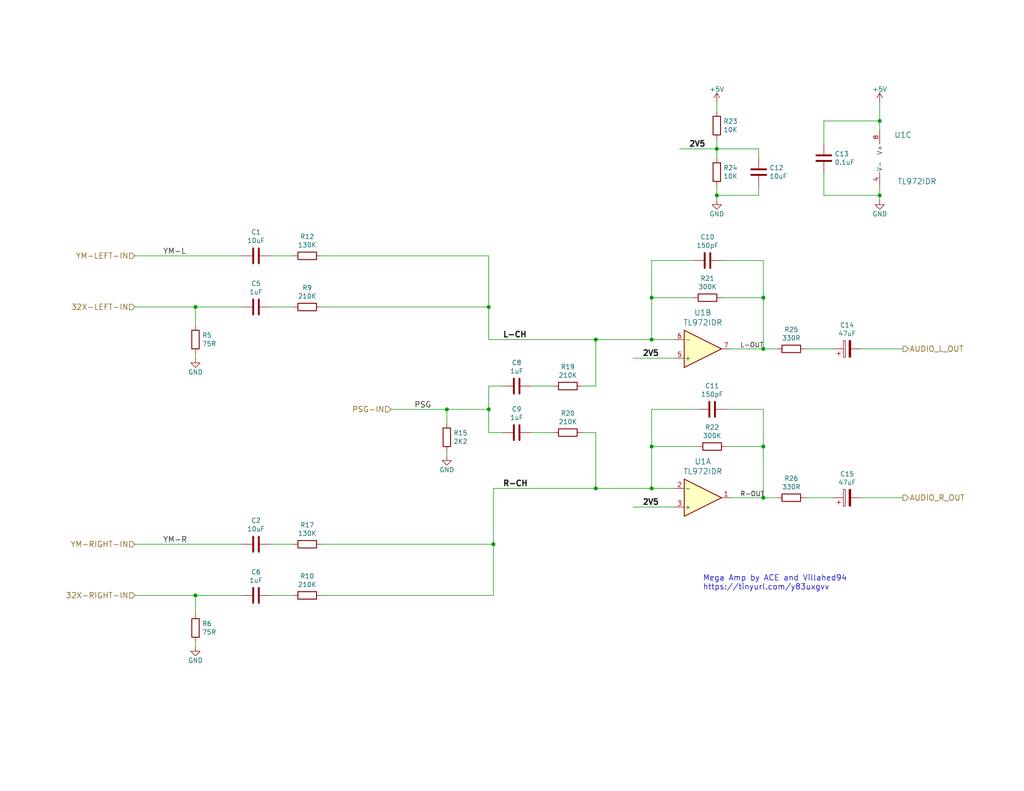
<source format=kicad_sch>
(kicad_sch (version 20211123) (generator eeschema)

  (uuid 3aaaa8fd-54ef-440d-ae3e-e95fa6fd8e32)

  (paper "A")

  (title_block
    (title "Genesis Model 3 Stereo Audio")
    (date "2021-01-17")
    (rev "A")
    (company "Late to the Game")
    (comment 1 "https://github.com/LateToTheGame16/Genesis-Model3-Stereo")
    (comment 2 "Licensed under CERN OHL v.1.2")
    (comment 3 "For Genesis 3 consoles only")
  )

  (lib_symbols
    (symbol "Amplifier_Operational:LMV358" (pin_names (offset 0.127)) (in_bom yes) (on_board yes)
      (property "Reference" "U" (id 0) (at 0 5.08 0)
        (effects (font (size 1.27 1.27)) (justify left))
      )
      (property "Value" "LMV358" (id 1) (at 0 -5.08 0)
        (effects (font (size 1.27 1.27)) (justify left))
      )
      (property "Footprint" "" (id 2) (at 0 0 0)
        (effects (font (size 1.27 1.27)) hide)
      )
      (property "Datasheet" "http://www.ti.com/lit/ds/symlink/lmv324.pdf" (id 3) (at 0 0 0)
        (effects (font (size 1.27 1.27)) hide)
      )
      (property "ki_locked" "" (id 4) (at 0 0 0)
        (effects (font (size 1.27 1.27)))
      )
      (property "ki_keywords" "single opamp" (id 5) (at 0 0 0)
        (effects (font (size 1.27 1.27)) hide)
      )
      (property "ki_description" "Dual Low-Voltage Rail-to-Rail Output Operational Amplifiers, SOIC-8/SSOP-8" (id 6) (at 0 0 0)
        (effects (font (size 1.27 1.27)) hide)
      )
      (property "ki_fp_filters" "SOIC*3.9x4.9mm*P1.27mm* DIP*W7.62mm* TO*99* OnSemi*Micro8* TSSOP*3x3mm*P0.65mm* TSSOP*4.4x3mm*P0.65mm* MSOP*3x3mm*P0.65mm* SSOP*3.9x4.9mm*P0.635mm* LFCSP*2x2mm*P0.5mm* *SIP* SOIC*5.3x6.2mm*P1.27mm*" (id 7) (at 0 0 0)
        (effects (font (size 1.27 1.27)) hide)
      )
      (symbol "LMV358_1_1"
        (polyline
          (pts
            (xy -5.08 5.08)
            (xy 5.08 0)
            (xy -5.08 -5.08)
            (xy -5.08 5.08)
          )
          (stroke (width 0.254) (type default) (color 0 0 0 0))
          (fill (type background))
        )
        (pin output line (at 7.62 0 180) (length 2.54)
          (name "~" (effects (font (size 1.27 1.27))))
          (number "1" (effects (font (size 1.27 1.27))))
        )
        (pin input line (at -7.62 -2.54 0) (length 2.54)
          (name "-" (effects (font (size 1.27 1.27))))
          (number "2" (effects (font (size 1.27 1.27))))
        )
        (pin input line (at -7.62 2.54 0) (length 2.54)
          (name "+" (effects (font (size 1.27 1.27))))
          (number "3" (effects (font (size 1.27 1.27))))
        )
      )
      (symbol "LMV358_2_1"
        (polyline
          (pts
            (xy -5.08 5.08)
            (xy 5.08 0)
            (xy -5.08 -5.08)
            (xy -5.08 5.08)
          )
          (stroke (width 0.254) (type default) (color 0 0 0 0))
          (fill (type background))
        )
        (pin input line (at -7.62 2.54 0) (length 2.54)
          (name "+" (effects (font (size 1.27 1.27))))
          (number "5" (effects (font (size 1.27 1.27))))
        )
        (pin input line (at -7.62 -2.54 0) (length 2.54)
          (name "-" (effects (font (size 1.27 1.27))))
          (number "6" (effects (font (size 1.27 1.27))))
        )
        (pin output line (at 7.62 0 180) (length 2.54)
          (name "~" (effects (font (size 1.27 1.27))))
          (number "7" (effects (font (size 1.27 1.27))))
        )
      )
      (symbol "LMV358_3_1"
        (pin power_in line (at -2.54 -7.62 90) (length 3.81)
          (name "V-" (effects (font (size 1.27 1.27))))
          (number "4" (effects (font (size 1.27 1.27))))
        )
        (pin power_in line (at -2.54 7.62 270) (length 3.81)
          (name "V+" (effects (font (size 1.27 1.27))))
          (number "8" (effects (font (size 1.27 1.27))))
        )
      )
    )
    (symbol "Device:C" (pin_numbers hide) (pin_names (offset 0.254)) (in_bom yes) (on_board yes)
      (property "Reference" "C" (id 0) (at 0.635 2.54 0)
        (effects (font (size 1.27 1.27)) (justify left))
      )
      (property "Value" "C" (id 1) (at 0.635 -2.54 0)
        (effects (font (size 1.27 1.27)) (justify left))
      )
      (property "Footprint" "" (id 2) (at 0.9652 -3.81 0)
        (effects (font (size 1.27 1.27)) hide)
      )
      (property "Datasheet" "~" (id 3) (at 0 0 0)
        (effects (font (size 1.27 1.27)) hide)
      )
      (property "ki_keywords" "cap capacitor" (id 4) (at 0 0 0)
        (effects (font (size 1.27 1.27)) hide)
      )
      (property "ki_description" "Unpolarized capacitor" (id 5) (at 0 0 0)
        (effects (font (size 1.27 1.27)) hide)
      )
      (property "ki_fp_filters" "C_*" (id 6) (at 0 0 0)
        (effects (font (size 1.27 1.27)) hide)
      )
      (symbol "C_0_1"
        (polyline
          (pts
            (xy -2.032 -0.762)
            (xy 2.032 -0.762)
          )
          (stroke (width 0.508) (type default) (color 0 0 0 0))
          (fill (type none))
        )
        (polyline
          (pts
            (xy -2.032 0.762)
            (xy 2.032 0.762)
          )
          (stroke (width 0.508) (type default) (color 0 0 0 0))
          (fill (type none))
        )
      )
      (symbol "C_1_1"
        (pin passive line (at 0 3.81 270) (length 2.794)
          (name "~" (effects (font (size 1.27 1.27))))
          (number "1" (effects (font (size 1.27 1.27))))
        )
        (pin passive line (at 0 -3.81 90) (length 2.794)
          (name "~" (effects (font (size 1.27 1.27))))
          (number "2" (effects (font (size 1.27 1.27))))
        )
      )
    )
    (symbol "Device:C_Polarized" (pin_numbers hide) (pin_names (offset 0.254)) (in_bom yes) (on_board yes)
      (property "Reference" "C" (id 0) (at 0.635 2.54 0)
        (effects (font (size 1.27 1.27)) (justify left))
      )
      (property "Value" "C_Polarized" (id 1) (at 0.635 -2.54 0)
        (effects (font (size 1.27 1.27)) (justify left))
      )
      (property "Footprint" "" (id 2) (at 0.9652 -3.81 0)
        (effects (font (size 1.27 1.27)) hide)
      )
      (property "Datasheet" "~" (id 3) (at 0 0 0)
        (effects (font (size 1.27 1.27)) hide)
      )
      (property "ki_keywords" "cap capacitor" (id 4) (at 0 0 0)
        (effects (font (size 1.27 1.27)) hide)
      )
      (property "ki_description" "Polarized capacitor" (id 5) (at 0 0 0)
        (effects (font (size 1.27 1.27)) hide)
      )
      (property "ki_fp_filters" "CP_*" (id 6) (at 0 0 0)
        (effects (font (size 1.27 1.27)) hide)
      )
      (symbol "C_Polarized_0_1"
        (rectangle (start -2.286 0.508) (end 2.286 1.016)
          (stroke (width 0) (type default) (color 0 0 0 0))
          (fill (type none))
        )
        (polyline
          (pts
            (xy -1.778 2.286)
            (xy -0.762 2.286)
          )
          (stroke (width 0) (type default) (color 0 0 0 0))
          (fill (type none))
        )
        (polyline
          (pts
            (xy -1.27 2.794)
            (xy -1.27 1.778)
          )
          (stroke (width 0) (type default) (color 0 0 0 0))
          (fill (type none))
        )
        (rectangle (start 2.286 -0.508) (end -2.286 -1.016)
          (stroke (width 0) (type default) (color 0 0 0 0))
          (fill (type outline))
        )
      )
      (symbol "C_Polarized_1_1"
        (pin passive line (at 0 3.81 270) (length 2.794)
          (name "~" (effects (font (size 1.27 1.27))))
          (number "1" (effects (font (size 1.27 1.27))))
        )
        (pin passive line (at 0 -3.81 90) (length 2.794)
          (name "~" (effects (font (size 1.27 1.27))))
          (number "2" (effects (font (size 1.27 1.27))))
        )
      )
    )
    (symbol "Device:R" (pin_numbers hide) (pin_names (offset 0)) (in_bom yes) (on_board yes)
      (property "Reference" "R" (id 0) (at 2.032 0 90)
        (effects (font (size 1.27 1.27)))
      )
      (property "Value" "R" (id 1) (at 0 0 90)
        (effects (font (size 1.27 1.27)))
      )
      (property "Footprint" "" (id 2) (at -1.778 0 90)
        (effects (font (size 1.27 1.27)) hide)
      )
      (property "Datasheet" "~" (id 3) (at 0 0 0)
        (effects (font (size 1.27 1.27)) hide)
      )
      (property "ki_keywords" "R res resistor" (id 4) (at 0 0 0)
        (effects (font (size 1.27 1.27)) hide)
      )
      (property "ki_description" "Resistor" (id 5) (at 0 0 0)
        (effects (font (size 1.27 1.27)) hide)
      )
      (property "ki_fp_filters" "R_*" (id 6) (at 0 0 0)
        (effects (font (size 1.27 1.27)) hide)
      )
      (symbol "R_0_1"
        (rectangle (start -1.016 -2.54) (end 1.016 2.54)
          (stroke (width 0.254) (type default) (color 0 0 0 0))
          (fill (type none))
        )
      )
      (symbol "R_1_1"
        (pin passive line (at 0 3.81 270) (length 1.27)
          (name "~" (effects (font (size 1.27 1.27))))
          (number "1" (effects (font (size 1.27 1.27))))
        )
        (pin passive line (at 0 -3.81 90) (length 1.27)
          (name "~" (effects (font (size 1.27 1.27))))
          (number "2" (effects (font (size 1.27 1.27))))
        )
      )
    )
    (symbol "power:+5V" (power) (pin_names (offset 0)) (in_bom yes) (on_board yes)
      (property "Reference" "#PWR" (id 0) (at 0 -3.81 0)
        (effects (font (size 1.27 1.27)) hide)
      )
      (property "Value" "+5V" (id 1) (at 0 3.556 0)
        (effects (font (size 1.27 1.27)))
      )
      (property "Footprint" "" (id 2) (at 0 0 0)
        (effects (font (size 1.27 1.27)) hide)
      )
      (property "Datasheet" "" (id 3) (at 0 0 0)
        (effects (font (size 1.27 1.27)) hide)
      )
      (property "ki_keywords" "power-flag" (id 4) (at 0 0 0)
        (effects (font (size 1.27 1.27)) hide)
      )
      (property "ki_description" "Power symbol creates a global label with name \"+5V\"" (id 5) (at 0 0 0)
        (effects (font (size 1.27 1.27)) hide)
      )
      (symbol "+5V_0_1"
        (polyline
          (pts
            (xy -0.762 1.27)
            (xy 0 2.54)
          )
          (stroke (width 0) (type default) (color 0 0 0 0))
          (fill (type none))
        )
        (polyline
          (pts
            (xy 0 0)
            (xy 0 2.54)
          )
          (stroke (width 0) (type default) (color 0 0 0 0))
          (fill (type none))
        )
        (polyline
          (pts
            (xy 0 2.54)
            (xy 0.762 1.27)
          )
          (stroke (width 0) (type default) (color 0 0 0 0))
          (fill (type none))
        )
      )
      (symbol "+5V_1_1"
        (pin power_in line (at 0 0 90) (length 0) hide
          (name "+5V" (effects (font (size 1.27 1.27))))
          (number "1" (effects (font (size 1.27 1.27))))
        )
      )
    )
    (symbol "power:GND" (power) (pin_names (offset 0)) (in_bom yes) (on_board yes)
      (property "Reference" "#PWR" (id 0) (at 0 -6.35 0)
        (effects (font (size 1.27 1.27)) hide)
      )
      (property "Value" "GND" (id 1) (at 0 -3.81 0)
        (effects (font (size 1.27 1.27)))
      )
      (property "Footprint" "" (id 2) (at 0 0 0)
        (effects (font (size 1.27 1.27)) hide)
      )
      (property "Datasheet" "" (id 3) (at 0 0 0)
        (effects (font (size 1.27 1.27)) hide)
      )
      (property "ki_keywords" "power-flag" (id 4) (at 0 0 0)
        (effects (font (size 1.27 1.27)) hide)
      )
      (property "ki_description" "Power symbol creates a global label with name \"GND\" , ground" (id 5) (at 0 0 0)
        (effects (font (size 1.27 1.27)) hide)
      )
      (symbol "GND_0_1"
        (polyline
          (pts
            (xy 0 0)
            (xy 0 -1.27)
            (xy 1.27 -1.27)
            (xy 0 -2.54)
            (xy -1.27 -1.27)
            (xy 0 -1.27)
          )
          (stroke (width 0) (type default) (color 0 0 0 0))
          (fill (type none))
        )
      )
      (symbol "GND_1_1"
        (pin power_in line (at 0 0 270) (length 0) hide
          (name "GND" (effects (font (size 1.27 1.27))))
          (number "1" (effects (font (size 1.27 1.27))))
        )
      )
    )
  )

  (junction (at 195.58 40.64) (diameter 0) (color 0 0 0 0)
    (uuid 1f3e94c5-053a-48a4-8e0f-1c17f81a484a)
  )
  (junction (at 53.34 83.82) (diameter 0) (color 0 0 0 0)
    (uuid 23c2e0b0-2754-45ed-a023-8c458a0ca9f5)
  )
  (junction (at 177.8 81.28) (diameter 0) (color 0 0 0 0)
    (uuid 2ddd2b51-c056-4169-b6a6-23340e4fe354)
  )
  (junction (at 133.35 83.82) (diameter 0) (color 0 0 0 0)
    (uuid 3433e2b5-0a01-4ecd-b447-a738f9e82199)
  )
  (junction (at 162.56 92.71) (diameter 0) (color 0 0 0 0)
    (uuid 3dde1a04-d0d9-4062-8217-1ec5627a5d02)
  )
  (junction (at 240.03 53.34) (diameter 0) (color 0 0 0 0)
    (uuid 52462a69-e1b8-47d4-9f64-040136f02412)
  )
  (junction (at 208.28 135.89) (diameter 0) (color 0 0 0 0)
    (uuid 751b385a-2e96-492e-a6f1-91634ba6d968)
  )
  (junction (at 208.28 95.25) (diameter 0) (color 0 0 0 0)
    (uuid 8097029c-eda9-4e28-9706-7c15063cbfc8)
  )
  (junction (at 53.34 162.56) (diameter 0) (color 0 0 0 0)
    (uuid 95288cbd-e6bc-4523-ab3a-598cbd179e6a)
  )
  (junction (at 121.92 111.76) (diameter 0) (color 0 0 0 0)
    (uuid 955efcd3-8187-481a-88ca-c3045f5367e0)
  )
  (junction (at 133.35 111.76) (diameter 0) (color 0 0 0 0)
    (uuid 9fcefa51-bdc7-4659-a05d-e58513b2152d)
  )
  (junction (at 134.62 148.59) (diameter 0) (color 0 0 0 0)
    (uuid a41057e7-b991-4afa-98c7-3e3c8d9fceed)
  )
  (junction (at 177.8 92.71) (diameter 0) (color 0 0 0 0)
    (uuid b17c6209-2716-496e-a85f-8216d02fb115)
  )
  (junction (at 195.58 53.34) (diameter 0) (color 0 0 0 0)
    (uuid b694d9b6-8e2a-4217-a81b-e156ec88b46a)
  )
  (junction (at 240.03 33.02) (diameter 0) (color 0 0 0 0)
    (uuid b788f5bc-b3f1-4eeb-932b-4fb865402cb6)
  )
  (junction (at 162.56 133.35) (diameter 0) (color 0 0 0 0)
    (uuid b995c4ef-a363-4505-aa76-6c5cd17a1618)
  )
  (junction (at 208.28 81.28) (diameter 0) (color 0 0 0 0)
    (uuid d58c65d1-3ec8-4e42-997c-da58f15628dd)
  )
  (junction (at 177.8 121.92) (diameter 0) (color 0 0 0 0)
    (uuid d93c2d83-c71c-4929-98fa-9769f1831381)
  )
  (junction (at 177.8 133.35) (diameter 0) (color 0 0 0 0)
    (uuid de31abb5-7f5c-4513-8101-b5d26b1330f0)
  )
  (junction (at 208.28 121.92) (diameter 0) (color 0 0 0 0)
    (uuid e9fae946-cf1d-47f5-8aae-2c80a469d79d)
  )

  (wire (pts (xy 121.92 123.19) (xy 121.92 124.46))
    (stroke (width 0) (type default) (color 0 0 0 0))
    (uuid 02fcd1b2-c70a-436b-88d4-f6524e9e42f5)
  )
  (wire (pts (xy 177.8 81.28) (xy 177.8 71.12))
    (stroke (width 0) (type default) (color 0 0 0 0))
    (uuid 040627b9-05e2-4d86-a04b-22f99ca92fdc)
  )
  (wire (pts (xy 207.01 50.8) (xy 207.01 53.34))
    (stroke (width 0) (type default) (color 0 0 0 0))
    (uuid 0a1ec8ee-51e9-4aa2-a502-2b90e7745f59)
  )
  (wire (pts (xy 87.63 162.56) (xy 134.62 162.56))
    (stroke (width 0) (type default) (color 0 0 0 0))
    (uuid 0da7bff9-5da6-4be9-a127-1d3f7c21e312)
  )
  (wire (pts (xy 207.01 40.64) (xy 195.58 40.64))
    (stroke (width 0) (type default) (color 0 0 0 0))
    (uuid 0eb19f7b-67fc-425a-a9cb-a907b68d2b33)
  )
  (wire (pts (xy 177.8 121.92) (xy 190.5 121.92))
    (stroke (width 0) (type default) (color 0 0 0 0))
    (uuid 137159bf-4f5d-47da-a0a7-695032df3888)
  )
  (wire (pts (xy 196.85 71.12) (xy 208.28 71.12))
    (stroke (width 0) (type default) (color 0 0 0 0))
    (uuid 147455ef-9438-449a-9ad8-17311d307f33)
  )
  (wire (pts (xy 151.13 118.11) (xy 144.78 118.11))
    (stroke (width 0) (type default) (color 0 0 0 0))
    (uuid 1578daff-a96f-4b51-90e3-61839d25924b)
  )
  (wire (pts (xy 177.8 71.12) (xy 189.23 71.12))
    (stroke (width 0) (type default) (color 0 0 0 0))
    (uuid 15f667b3-92e6-4343-ad2c-174dc0a1d6f2)
  )
  (wire (pts (xy 234.95 95.25) (xy 246.38 95.25))
    (stroke (width 0) (type default) (color 0 0 0 0))
    (uuid 16480f83-03d4-4b63-8c4c-e9da082a40c7)
  )
  (wire (pts (xy 207.01 43.18) (xy 207.01 40.64))
    (stroke (width 0) (type default) (color 0 0 0 0))
    (uuid 1702376e-1c85-4ffb-84c8-3aeea5a8def5)
  )
  (wire (pts (xy 133.35 92.71) (xy 133.35 83.82))
    (stroke (width 0) (type default) (color 0 0 0 0))
    (uuid 1e5fbb31-1a0c-41a8-bf79-14adcf06eb42)
  )
  (wire (pts (xy 177.8 81.28) (xy 189.23 81.28))
    (stroke (width 0) (type default) (color 0 0 0 0))
    (uuid 1f2895d6-3a02-45f3-b068-f68f2fa25e00)
  )
  (wire (pts (xy 36.83 148.59) (xy 66.04 148.59))
    (stroke (width 0) (type default) (color 0 0 0 0))
    (uuid 1f4e04a7-fa82-4dc2-b605-c687fb62ba38)
  )
  (wire (pts (xy 234.95 135.89) (xy 246.38 135.89))
    (stroke (width 0) (type default) (color 0 0 0 0))
    (uuid 214d1cde-0ab0-455e-8b53-4a5cb195bd57)
  )
  (wire (pts (xy 190.5 111.76) (xy 177.8 111.76))
    (stroke (width 0) (type default) (color 0 0 0 0))
    (uuid 24a49b0b-1463-4345-9773-b55898812cf8)
  )
  (wire (pts (xy 240.03 33.02) (xy 240.03 35.56))
    (stroke (width 0) (type default) (color 0 0 0 0))
    (uuid 27c4e72d-a326-4531-ab35-26f5d1d13b00)
  )
  (wire (pts (xy 240.03 50.8) (xy 240.03 53.34))
    (stroke (width 0) (type default) (color 0 0 0 0))
    (uuid 299fe78b-efa2-41b7-b427-357cf455b75b)
  )
  (wire (pts (xy 133.35 105.41) (xy 137.16 105.41))
    (stroke (width 0) (type default) (color 0 0 0 0))
    (uuid 2c5e8086-f5be-453c-84f7-53ba19a08b50)
  )
  (wire (pts (xy 53.34 96.52) (xy 53.34 97.79))
    (stroke (width 0) (type default) (color 0 0 0 0))
    (uuid 2c61073e-9ec5-4137-988a-47c350513340)
  )
  (wire (pts (xy 53.34 83.82) (xy 53.34 88.9))
    (stroke (width 0) (type default) (color 0 0 0 0))
    (uuid 2f59a5e7-1d16-4c20-856a-072a6af60b60)
  )
  (wire (pts (xy 80.01 69.85) (xy 73.66 69.85))
    (stroke (width 0) (type default) (color 0 0 0 0))
    (uuid 3076ab2f-35cd-4d41-9866-c8c9827d8b49)
  )
  (wire (pts (xy 80.01 148.59) (xy 73.66 148.59))
    (stroke (width 0) (type default) (color 0 0 0 0))
    (uuid 324dc02f-a95e-4354-b421-f4b8870d075b)
  )
  (wire (pts (xy 158.75 105.41) (xy 162.56 105.41))
    (stroke (width 0) (type default) (color 0 0 0 0))
    (uuid 379e77e7-d48a-4b8e-b672-f317cca546c1)
  )
  (wire (pts (xy 121.92 111.76) (xy 133.35 111.76))
    (stroke (width 0) (type default) (color 0 0 0 0))
    (uuid 397c563c-73db-4bf2-bcd8-9ed7a736d9a1)
  )
  (wire (pts (xy 224.79 53.34) (xy 240.03 53.34))
    (stroke (width 0) (type default) (color 0 0 0 0))
    (uuid 3d8e59e7-855b-47c2-9c90-b386dd6f2652)
  )
  (wire (pts (xy 177.8 133.35) (xy 184.15 133.35))
    (stroke (width 0) (type default) (color 0 0 0 0))
    (uuid 40d40c6d-4e03-4a1e-88d9-edf01a7ab650)
  )
  (wire (pts (xy 208.28 71.12) (xy 208.28 81.28))
    (stroke (width 0) (type default) (color 0 0 0 0))
    (uuid 421a4983-078e-482b-96c7-31809180b522)
  )
  (wire (pts (xy 177.8 92.71) (xy 184.15 92.71))
    (stroke (width 0) (type default) (color 0 0 0 0))
    (uuid 4246818c-f311-4faf-bab3-066943564ebe)
  )
  (wire (pts (xy 240.03 27.94) (xy 240.03 33.02))
    (stroke (width 0) (type default) (color 0 0 0 0))
    (uuid 4834a1be-a076-4a32-a12a-7f758e7986bb)
  )
  (wire (pts (xy 133.35 111.76) (xy 133.35 118.11))
    (stroke (width 0) (type default) (color 0 0 0 0))
    (uuid 49c1c4f0-cf9a-4997-982f-1293c7f8c3d1)
  )
  (wire (pts (xy 134.62 162.56) (xy 134.62 148.59))
    (stroke (width 0) (type default) (color 0 0 0 0))
    (uuid 4e45aae2-a13b-4e17-9b8d-b05834d9b395)
  )
  (wire (pts (xy 177.8 92.71) (xy 177.8 81.28))
    (stroke (width 0) (type default) (color 0 0 0 0))
    (uuid 4e59d98c-dfb4-419e-a2e3-b8ed4a64c650)
  )
  (wire (pts (xy 106.68 111.76) (xy 121.92 111.76))
    (stroke (width 0) (type default) (color 0 0 0 0))
    (uuid 57714bf4-a361-4130-b606-38681b803a86)
  )
  (wire (pts (xy 36.83 69.85) (xy 66.04 69.85))
    (stroke (width 0) (type default) (color 0 0 0 0))
    (uuid 5a5ca335-f527-4a0f-9435-1d414c138f94)
  )
  (wire (pts (xy 162.56 133.35) (xy 134.62 133.35))
    (stroke (width 0) (type default) (color 0 0 0 0))
    (uuid 5ac8d01a-9855-4d3d-955a-92c8ed86375e)
  )
  (wire (pts (xy 195.58 38.1) (xy 195.58 40.64))
    (stroke (width 0) (type default) (color 0 0 0 0))
    (uuid 5f623983-fdc1-471f-86a6-9834600739b2)
  )
  (wire (pts (xy 240.03 33.02) (xy 224.79 33.02))
    (stroke (width 0) (type default) (color 0 0 0 0))
    (uuid 601b5531-afbe-4f93-a4bf-c4d808671aa7)
  )
  (wire (pts (xy 177.8 133.35) (xy 177.8 121.92))
    (stroke (width 0) (type default) (color 0 0 0 0))
    (uuid 6639806a-75f1-4f2d-847e-76a63308176c)
  )
  (wire (pts (xy 196.85 81.28) (xy 208.28 81.28))
    (stroke (width 0) (type default) (color 0 0 0 0))
    (uuid 688ac086-efe2-4a11-a5f4-776e73f3b4ec)
  )
  (wire (pts (xy 195.58 30.48) (xy 195.58 27.94))
    (stroke (width 0) (type default) (color 0 0 0 0))
    (uuid 7769a1ed-8b2b-410b-9d7e-c0da92952780)
  )
  (wire (pts (xy 53.34 162.56) (xy 66.04 162.56))
    (stroke (width 0) (type default) (color 0 0 0 0))
    (uuid 7f0cb5d8-d25c-4594-b267-6088f1810666)
  )
  (wire (pts (xy 134.62 133.35) (xy 134.62 148.59))
    (stroke (width 0) (type default) (color 0 0 0 0))
    (uuid 7ff44b17-16f4-4a03-86a3-7af0b772fc71)
  )
  (wire (pts (xy 36.83 162.56) (xy 53.34 162.56))
    (stroke (width 0) (type default) (color 0 0 0 0))
    (uuid 822861c5-a80c-4c0e-ad31-fbdcf8b61f3f)
  )
  (wire (pts (xy 73.66 162.56) (xy 80.01 162.56))
    (stroke (width 0) (type default) (color 0 0 0 0))
    (uuid 83d3e5d6-046b-4695-b5f8-27c9e21d7814)
  )
  (wire (pts (xy 121.92 111.76) (xy 121.92 115.57))
    (stroke (width 0) (type default) (color 0 0 0 0))
    (uuid 851fb42c-280b-4cd7-b8c3-23259d61ce36)
  )
  (wire (pts (xy 133.35 83.82) (xy 133.35 69.85))
    (stroke (width 0) (type default) (color 0 0 0 0))
    (uuid 87fcdeb0-dbf2-4a7c-b774-e8fa699d61a8)
  )
  (wire (pts (xy 162.56 133.35) (xy 162.56 118.11))
    (stroke (width 0) (type default) (color 0 0 0 0))
    (uuid 8894732f-6070-4b06-910e-540a50f3eb92)
  )
  (wire (pts (xy 53.34 83.82) (xy 66.04 83.82))
    (stroke (width 0) (type default) (color 0 0 0 0))
    (uuid 894a6392-b107-4776-98a9-2b985cb9acb0)
  )
  (wire (pts (xy 198.12 121.92) (xy 208.28 121.92))
    (stroke (width 0) (type default) (color 0 0 0 0))
    (uuid 93762d25-1cb0-43c1-bb73-fe9cab04501f)
  )
  (wire (pts (xy 199.39 135.89) (xy 208.28 135.89))
    (stroke (width 0) (type default) (color 0 0 0 0))
    (uuid 97cf1c4c-b032-4b5b-b093-e8b893fa3368)
  )
  (wire (pts (xy 172.72 138.43) (xy 184.15 138.43))
    (stroke (width 0) (type default) (color 0 0 0 0))
    (uuid 9c5f1884-1f19-4abe-92f3-a15cfa27f931)
  )
  (wire (pts (xy 199.39 95.25) (xy 208.28 95.25))
    (stroke (width 0) (type default) (color 0 0 0 0))
    (uuid 9dd48664-e79a-4215-8cbe-c6cd708e949f)
  )
  (wire (pts (xy 53.34 176.53) (xy 53.34 175.26))
    (stroke (width 0) (type default) (color 0 0 0 0))
    (uuid a208b3da-58df-43fb-aa76-20dc6bb1f043)
  )
  (wire (pts (xy 219.71 95.25) (xy 227.33 95.25))
    (stroke (width 0) (type default) (color 0 0 0 0))
    (uuid a2b37e70-2c40-4720-a90c-c7df54f102a5)
  )
  (wire (pts (xy 224.79 33.02) (xy 224.79 39.37))
    (stroke (width 0) (type default) (color 0 0 0 0))
    (uuid a6e6ebec-2086-4a39-87fc-151734e2e794)
  )
  (wire (pts (xy 73.66 83.82) (xy 80.01 83.82))
    (stroke (width 0) (type default) (color 0 0 0 0))
    (uuid a8672bc3-bbfe-4148-82c3-24df3c3421fb)
  )
  (wire (pts (xy 219.71 135.89) (xy 227.33 135.89))
    (stroke (width 0) (type default) (color 0 0 0 0))
    (uuid a8def5b5-d0cc-405b-bde3-86553882f784)
  )
  (wire (pts (xy 87.63 83.82) (xy 133.35 83.82))
    (stroke (width 0) (type default) (color 0 0 0 0))
    (uuid ab8cce2b-5668-46c3-84fe-ec6944de1975)
  )
  (wire (pts (xy 240.03 53.34) (xy 240.03 54.61))
    (stroke (width 0) (type default) (color 0 0 0 0))
    (uuid b0c1d14e-3ca4-4e15-a546-cf50d9aad82c)
  )
  (wire (pts (xy 172.72 97.79) (xy 184.15 97.79))
    (stroke (width 0) (type default) (color 0 0 0 0))
    (uuid b4849497-9d58-4dd1-b7a4-d9ee8db1d5e4)
  )
  (wire (pts (xy 133.35 105.41) (xy 133.35 111.76))
    (stroke (width 0) (type default) (color 0 0 0 0))
    (uuid b6387909-f907-4f7a-aa6d-d2d1a62ae508)
  )
  (wire (pts (xy 208.28 135.89) (xy 212.09 135.89))
    (stroke (width 0) (type default) (color 0 0 0 0))
    (uuid ba61c7f9-7381-48e8-8db7-4a41c456515b)
  )
  (wire (pts (xy 36.83 83.82) (xy 53.34 83.82))
    (stroke (width 0) (type default) (color 0 0 0 0))
    (uuid c4d08c23-48ff-41aa-8ade-e17117b6424f)
  )
  (wire (pts (xy 195.58 40.64) (xy 195.58 43.18))
    (stroke (width 0) (type default) (color 0 0 0 0))
    (uuid c9d7bbbf-5bc3-4509-92cf-69cd4877db78)
  )
  (wire (pts (xy 195.58 40.64) (xy 185.42 40.64))
    (stroke (width 0) (type default) (color 0 0 0 0))
    (uuid cc973ac9-e710-4015-8e09-3cc1e59af913)
  )
  (wire (pts (xy 87.63 148.59) (xy 134.62 148.59))
    (stroke (width 0) (type default) (color 0 0 0 0))
    (uuid d629fa16-ada4-4ec5-8a70-154ad3896125)
  )
  (wire (pts (xy 198.12 111.76) (xy 208.28 111.76))
    (stroke (width 0) (type default) (color 0 0 0 0))
    (uuid dc1dfa01-4fa8-47cf-9f91-37e66c2dd755)
  )
  (wire (pts (xy 224.79 46.99) (xy 224.79 53.34))
    (stroke (width 0) (type default) (color 0 0 0 0))
    (uuid dfc22c3a-d72c-4a96-b071-1bb93730c6d9)
  )
  (wire (pts (xy 195.58 53.34) (xy 195.58 54.61))
    (stroke (width 0) (type default) (color 0 0 0 0))
    (uuid e0293456-7f70-45e8-9e3f-454bea3b4647)
  )
  (wire (pts (xy 208.28 121.92) (xy 208.28 135.89))
    (stroke (width 0) (type default) (color 0 0 0 0))
    (uuid e3803129-ad4d-4330-97fe-307c488e16d5)
  )
  (wire (pts (xy 87.63 69.85) (xy 133.35 69.85))
    (stroke (width 0) (type default) (color 0 0 0 0))
    (uuid e3c2e3ab-7bca-4b66-adfe-3fdee77e3e37)
  )
  (wire (pts (xy 195.58 50.8) (xy 195.58 53.34))
    (stroke (width 0) (type default) (color 0 0 0 0))
    (uuid e60e7b2a-be1a-40ac-8a8d-b4d6a5df8bf6)
  )
  (wire (pts (xy 162.56 118.11) (xy 158.75 118.11))
    (stroke (width 0) (type default) (color 0 0 0 0))
    (uuid e6c86ce8-8c3e-41dd-94ba-1f1754dcfef2)
  )
  (wire (pts (xy 144.78 105.41) (xy 151.13 105.41))
    (stroke (width 0) (type default) (color 0 0 0 0))
    (uuid e717c75e-b432-4786-a823-df69f2c2dca6)
  )
  (wire (pts (xy 208.28 95.25) (xy 212.09 95.25))
    (stroke (width 0) (type default) (color 0 0 0 0))
    (uuid e9643c17-8950-4250-8116-bd08727c6827)
  )
  (wire (pts (xy 207.01 53.34) (xy 195.58 53.34))
    (stroke (width 0) (type default) (color 0 0 0 0))
    (uuid ecf8b737-8752-44eb-b013-b0d8dae03de6)
  )
  (wire (pts (xy 53.34 162.56) (xy 53.34 167.64))
    (stroke (width 0) (type default) (color 0 0 0 0))
    (uuid ee96bad6-4f8a-488f-a2dc-99fccdfb95ca)
  )
  (wire (pts (xy 162.56 105.41) (xy 162.56 92.71))
    (stroke (width 0) (type default) (color 0 0 0 0))
    (uuid f06735f5-1d55-4dcc-9b2c-e4752785d5d1)
  )
  (wire (pts (xy 162.56 133.35) (xy 177.8 133.35))
    (stroke (width 0) (type default) (color 0 0 0 0))
    (uuid f0efe897-30f8-4f30-b5cc-ca2f242c2aab)
  )
  (wire (pts (xy 177.8 121.92) (xy 177.8 111.76))
    (stroke (width 0) (type default) (color 0 0 0 0))
    (uuid f743bf0d-068e-4efa-b963-37c6648fe564)
  )
  (wire (pts (xy 162.56 92.71) (xy 177.8 92.71))
    (stroke (width 0) (type default) (color 0 0 0 0))
    (uuid f8f0a4f7-69fe-4b25-8f1e-4de32b5cd352)
  )
  (wire (pts (xy 208.28 111.76) (xy 208.28 121.92))
    (stroke (width 0) (type default) (color 0 0 0 0))
    (uuid f9b82320-3418-4671-8c05-de8c886ed568)
  )
  (wire (pts (xy 208.28 81.28) (xy 208.28 95.25))
    (stroke (width 0) (type default) (color 0 0 0 0))
    (uuid fbe6e960-7b5f-4685-a7a6-27adc331c82f)
  )
  (wire (pts (xy 137.16 118.11) (xy 133.35 118.11))
    (stroke (width 0) (type default) (color 0 0 0 0))
    (uuid fbf0da9c-0f28-45d6-9c61-eb4d2888d3bb)
  )
  (wire (pts (xy 133.35 92.71) (xy 162.56 92.71))
    (stroke (width 0) (type default) (color 0 0 0 0))
    (uuid ff94f8c9-c5aa-464e-8404-09c33c56b4fb)
  )

  (text "Mega Amp by ACE and Villahed94\nhttps://tinyurl.com/y83uxgvv"
    (at 191.77 161.29 0)
    (effects (font (size 1.524 1.524)) (justify left bottom))
    (uuid f3a03331-7fe1-42fa-96e3-44518dd23039)
  )

  (label "L-CH" (at 137.16 92.71 0)
    (effects (font (size 1.524 1.524) (thickness 0.3048) bold) (justify left bottom))
    (uuid 26ffb06b-c0aa-47f3-99b0-b68dd9386284)
  )
  (label "2V5" (at 175.26 138.43 0)
    (effects (font (size 1.524 1.524) (thickness 0.3048) bold) (justify left bottom))
    (uuid 51aa5786-66e2-4428-81b5-3588534261c2)
  )
  (label "R-CH" (at 137.16 133.35 0)
    (effects (font (size 1.524 1.524) (thickness 0.3048) bold) (justify left bottom))
    (uuid 683e5f68-d2e3-4488-a397-6f63c8825b6c)
  )
  (label "R-OUT" (at 201.93 135.89 0)
    (effects (font (size 1.27 1.27)) (justify left bottom))
    (uuid 748ac8a1-5e7a-4cfa-b6a4-60bb0603ea2c)
  )
  (label "YM-R" (at 44.45 148.59 0)
    (effects (font (size 1.524 1.524)) (justify left bottom))
    (uuid 99381003-fa95-4046-b604-78044c732651)
  )
  (label "L-OUT" (at 201.93 95.25 0)
    (effects (font (size 1.27 1.27)) (justify left bottom))
    (uuid 9e761238-9f25-4d3a-bb72-050b11fa4e45)
  )
  (label "2V5" (at 175.26 97.79 0)
    (effects (font (size 1.524 1.524) (thickness 0.3048) bold) (justify left bottom))
    (uuid a92a711c-9a03-4267-86cc-95e8d3849b5d)
  )
  (label "PSG" (at 113.03 111.76 0)
    (effects (font (size 1.524 1.524)) (justify left bottom))
    (uuid a9b43c59-b495-4a06-9fea-5e6e27b2d365)
  )
  (label "YM-L" (at 44.45 69.85 0)
    (effects (font (size 1.524 1.524)) (justify left bottom))
    (uuid af824bc7-9df8-4f9b-9ced-154d411850f7)
  )
  (label "2V5" (at 187.96 40.64 0)
    (effects (font (size 1.524 1.524) (thickness 0.3048) bold) (justify left bottom))
    (uuid e2eb37c9-91a9-46ff-9aa7-6eb8b623d197)
  )

  (hierarchical_label "YM-LEFT-IN" (shape input) (at 36.83 69.85 180)
    (effects (font (size 1.524 1.524)) (justify right))
    (uuid 0f3eeffe-13c9-4abb-9315-fbb598ff5b0d)
  )
  (hierarchical_label "AUDIO_L_OUT" (shape output) (at 246.38 95.25 0)
    (effects (font (size 1.524 1.524)) (justify left))
    (uuid 2b3a0043-84f0-4f54-9288-dcf85d17542f)
  )
  (hierarchical_label "32X-RIGHT-IN" (shape input) (at 36.83 162.56 180)
    (effects (font (size 1.524 1.524)) (justify right))
    (uuid 3136d4b5-f2f9-449b-be38-ee46e780bf38)
  )
  (hierarchical_label "AUDIO_R_OUT" (shape output) (at 246.38 135.89 0)
    (effects (font (size 1.524 1.524)) (justify left))
    (uuid 59fbef58-0557-4784-8664-b9ad0bc6aeb0)
  )
  (hierarchical_label "PSG-IN" (shape input) (at 106.68 111.76 180)
    (effects (font (size 1.524 1.524)) (justify right))
    (uuid a822984e-97c5-4958-857b-8a0a63ea8ec7)
  )
  (hierarchical_label "YM-RIGHT-IN" (shape input) (at 36.83 148.59 180)
    (effects (font (size 1.524 1.524)) (justify right))
    (uuid b808f573-f053-448f-9880-e02af8b539dd)
  )
  (hierarchical_label "32X-LEFT-IN" (shape input) (at 36.83 83.82 180)
    (effects (font (size 1.524 1.524)) (justify right))
    (uuid ba83ba7a-a00a-4570-b84d-d1375e72e8b2)
  )

  (symbol (lib_id "Amplifier_Operational:LMV358") (at 191.77 95.25 0) (mirror x) (unit 2)
    (in_bom yes) (on_board yes)
    (uuid 00000000-0000-0000-0000-00005c0f1990)
    (property "Reference" "U1" (id 0) (at 191.77 85.3694 0)
      (effects (font (size 1.524 1.524)))
    )
    (property "Value" "TL972IDR" (id 1) (at 191.77 88.0618 0)
      (effects (font (size 1.524 1.524)))
    )
    (property "Footprint" "Package_SO:SOIC-8_3.9x4.9mm_P1.27mm" (id 2) (at 198.755 108.585 0)
      (effects (font (size 1.524 1.524)) hide)
    )
    (property "Datasheet" "http://www.ti.com/general/docs/suppproductinfo.tsp?distId=10&gotoUrl=http%3A%2F%2Fwww.ti.com%2Flit%2Fgpn%2Ftl971" (id 3) (at 219.71 106.68 0)
      (effects (font (size 1.524 1.524)) hide)
    )
    (property "Digikey" "296-22842-1-ND" (id 4) (at 200.66 101.6 0)
      (effects (font (size 1.524 1.524)) hide)
    )
    (property "Description" "IC OPAMP GP 2 CIRCUIT 8SOIC" (id 5) (at 203.2 104.14 0)
      (effects (font (size 1.524 1.524)) hide)
    )
    (pin "5" (uuid 613ea8a9-3cb7-48bb-86ef-32fb38b57bed))
    (pin "6" (uuid ff3a8c44-0c7a-4b0b-b623-39df94a400aa))
    (pin "7" (uuid 88339276-58ff-4382-bc4a-0abe12c81f9f))
  )

  (symbol (lib_id "Device:R") (at 215.9 95.25 90) (unit 1)
    (in_bom yes) (on_board yes)
    (uuid 00000000-0000-0000-0000-00005c0f1999)
    (property "Reference" "R25" (id 0) (at 215.9 89.9922 90))
    (property "Value" "330R" (id 1) (at 215.9 92.3036 90))
    (property "Footprint" "Resistor_SMD:R_0402_1005Metric" (id 2) (at 215.9 97.028 90)
      (effects (font (size 0.762 0.762)) hide)
    )
    (property "Datasheet" "" (id 3) (at 215.9 95.25 0)
      (effects (font (size 0.762 0.762)))
    )
    (property "Digikey" "P330HCT-ND" (id 4) (at 215.9 95.25 90)
      (effects (font (size 1.524 1.524)) hide)
    )
    (property "Description" "RES SMD 330 OHM 1% 1/10W 0603" (id 5) (at 215.9 95.25 90)
      (effects (font (size 1.524 1.524)) hide)
    )
    (pin "1" (uuid f93927b7-839d-4b78-9442-2fef25042c46))
    (pin "2" (uuid 9a498313-5a7d-4098-bd13-dbaf9a9948dd))
  )

  (symbol (lib_id "Device:R") (at 215.9 135.89 90) (unit 1)
    (in_bom yes) (on_board yes)
    (uuid 00000000-0000-0000-0000-00005c0f19a2)
    (property "Reference" "R26" (id 0) (at 215.9 130.6322 90))
    (property "Value" "330R" (id 1) (at 215.9 132.9436 90))
    (property "Footprint" "Resistor_SMD:R_0402_1005Metric" (id 2) (at 215.9 137.668 90)
      (effects (font (size 0.762 0.762)) hide)
    )
    (property "Datasheet" "" (id 3) (at 215.9 135.89 0)
      (effects (font (size 0.762 0.762)))
    )
    (property "Digikey" "P330HCT-ND" (id 4) (at 215.9 135.89 90)
      (effects (font (size 1.524 1.524)) hide)
    )
    (property "Description" "RES SMD 330 OHM 1% 1/10W 0603" (id 5) (at 215.9 135.89 90)
      (effects (font (size 1.524 1.524)) hide)
    )
    (pin "1" (uuid 8e8c9b2f-1a93-4a3a-8a04-f404b2d03d29))
    (pin "2" (uuid 4c10135f-e38a-447a-8431-f0f7558fe407))
  )

  (symbol (lib_id "Device:R") (at 193.04 81.28 90) (unit 1)
    (in_bom yes) (on_board yes)
    (uuid 00000000-0000-0000-0000-00005c0f19ab)
    (property "Reference" "R21" (id 0) (at 193.04 76.0222 90))
    (property "Value" "300K" (id 1) (at 193.04 78.3336 90))
    (property "Footprint" "Resistor_SMD:R_0402_1005Metric" (id 2) (at 193.04 83.058 90)
      (effects (font (size 0.762 0.762)) hide)
    )
    (property "Datasheet" "" (id 3) (at 193.04 81.28 0)
      (effects (font (size 0.762 0.762)))
    )
    (property "Digikey" "P300KHCT-ND" (id 4) (at 193.04 81.28 90)
      (effects (font (size 1.524 1.524)) hide)
    )
    (property "Description" "RES SMD 300K OHM 1% 1/10W 0603" (id 5) (at 193.04 81.28 90)
      (effects (font (size 1.524 1.524)) hide)
    )
    (pin "1" (uuid a14753f3-ae81-4a40-875a-39d417486152))
    (pin "2" (uuid 111266e7-d6c3-463d-b26b-ed3603712f3d))
  )

  (symbol (lib_id "Device:R") (at 194.31 121.92 90) (unit 1)
    (in_bom yes) (on_board yes)
    (uuid 00000000-0000-0000-0000-00005c0f19b4)
    (property "Reference" "R22" (id 0) (at 194.31 116.6622 90))
    (property "Value" "300K" (id 1) (at 194.31 118.9736 90))
    (property "Footprint" "Resistor_SMD:R_0402_1005Metric" (id 2) (at 194.31 123.698 90)
      (effects (font (size 0.762 0.762)) hide)
    )
    (property "Datasheet" "" (id 3) (at 194.31 121.92 0)
      (effects (font (size 0.762 0.762)))
    )
    (property "Digikey" "P300KHCT-ND" (id 4) (at 194.31 121.92 90)
      (effects (font (size 1.524 1.524)) hide)
    )
    (property "Description" "RES SMD 300K OHM 1% 1/10W 0603" (id 5) (at 194.31 121.92 90)
      (effects (font (size 1.524 1.524)) hide)
    )
    (pin "1" (uuid aba81bc0-17b0-4a1d-897b-764c76b34ca8))
    (pin "2" (uuid 9bc7ebb7-ed8c-4c8d-af37-9704734bf2dd))
  )

  (symbol (lib_id "Device:C_Polarized") (at 231.14 95.25 90) (unit 1)
    (in_bom yes) (on_board yes)
    (uuid 00000000-0000-0000-0000-00005c0f19bd)
    (property "Reference" "C14" (id 0) (at 231.14 88.773 90))
    (property "Value" "47uF" (id 1) (at 231.14 91.0844 90))
    (property "Footprint" "Capacitor_Tantalum_SMD:CP_EIA-3528-21_Kemet-B" (id 2) (at 234.95 94.2848 0)
      (effects (font (size 1.27 1.27)) hide)
    )
    (property "Datasheet" "~" (id 3) (at 231.14 95.25 0)
      (effects (font (size 1.27 1.27)) hide)
    )
    (property "Digikey" "478-13127-1-ND" (id 4) (at 227.33 89.408 0)
      (effects (font (size 1.524 1.524)) hide)
    )
    (property "Description" "CAP TANT 47UF 20% 10V 1411" (id 5) (at 224.79 89.535 0)
      (effects (font (size 1.524 1.524)) hide)
    )
    (pin "1" (uuid 56156626-fb3c-46a1-b084-6b66ab4078f1))
    (pin "2" (uuid 7301ce1c-8597-4215-8724-72d263f2ad00))
  )

  (symbol (lib_id "Device:C") (at 193.04 71.12 90) (unit 1)
    (in_bom yes) (on_board yes)
    (uuid 00000000-0000-0000-0000-00005c0f19cf)
    (property "Reference" "C10" (id 0) (at 193.04 64.7192 90))
    (property "Value" "150pF" (id 1) (at 193.04 67.0306 90))
    (property "Footprint" "Capacitor_SMD:C_0402_1005Metric" (id 2) (at 196.85 70.1548 0)
      (effects (font (size 0.762 0.762)) hide)
    )
    (property "Datasheet" "" (id 3) (at 193.04 71.12 0)
      (effects (font (size 1.524 1.524)))
    )
    (property "Digikey" "399-1063-2-ND" (id 4) (at 193.04 71.12 0)
      (effects (font (size 1.524 1.524)) hide)
    )
    (property "Description" "CAP CER 150PF 50V C0G/NP0 0603" (id 5) (at 193.04 71.12 0)
      (effects (font (size 1.524 1.524)) hide)
    )
    (pin "1" (uuid eb33d0b4-616c-414f-9969-d334097ece44))
    (pin "2" (uuid 61cb978d-a4d3-47af-9d1c-940a9e2242c4))
  )

  (symbol (lib_id "Device:C") (at 194.31 111.76 90) (unit 1)
    (in_bom yes) (on_board yes)
    (uuid 00000000-0000-0000-0000-00005c0f19d8)
    (property "Reference" "C11" (id 0) (at 194.31 105.3592 90))
    (property "Value" "150pF" (id 1) (at 194.31 107.6706 90))
    (property "Footprint" "Capacitor_SMD:C_0402_1005Metric" (id 2) (at 198.12 110.7948 0)
      (effects (font (size 0.762 0.762)) hide)
    )
    (property "Datasheet" "" (id 3) (at 194.31 111.76 0)
      (effects (font (size 1.524 1.524)))
    )
    (property "Digikey" "399-1063-2-ND" (id 4) (at 194.31 111.76 0)
      (effects (font (size 1.524 1.524)) hide)
    )
    (property "Description" "CAP CER 150PF 50V C0G/NP0 0603" (id 5) (at 194.31 111.76 0)
      (effects (font (size 1.524 1.524)) hide)
    )
    (pin "1" (uuid dde5b43e-3503-47b8-b6c7-8421ebf86254))
    (pin "2" (uuid b7969c03-a890-4ad7-b582-770af2da6e3f))
  )

  (symbol (lib_id "Device:R") (at 53.34 92.71 0) (unit 1)
    (in_bom yes) (on_board yes)
    (uuid 00000000-0000-0000-0000-00005c0f19f5)
    (property "Reference" "R5" (id 0) (at 55.118 91.5416 0)
      (effects (font (size 1.27 1.27)) (justify left))
    )
    (property "Value" "75R" (id 1) (at 55.118 93.853 0)
      (effects (font (size 1.27 1.27)) (justify left))
    )
    (property "Footprint" "Resistor_SMD:R_0402_1005Metric" (id 2) (at 51.562 92.71 90)
      (effects (font (size 0.762 0.762)) hide)
    )
    (property "Datasheet" "" (id 3) (at 53.34 92.71 0)
      (effects (font (size 0.762 0.762)))
    )
    (property "Digikey" "P75.0HCT-ND" (id 4) (at 53.34 92.71 90)
      (effects (font (size 1.524 1.524)) hide)
    )
    (property "Description" "RES SMD 75 OHM 1% 1/10W 0603" (id 5) (at 53.34 92.71 90)
      (effects (font (size 1.524 1.524)) hide)
    )
    (pin "1" (uuid 08dfd90a-e628-4cc9-8f92-2d8ff4f00276))
    (pin "2" (uuid 1b3ff49f-5697-43a0-8531-fbf7f5e2b9c4))
  )

  (symbol (lib_id "Device:R") (at 121.92 119.38 0) (unit 1)
    (in_bom yes) (on_board yes)
    (uuid 00000000-0000-0000-0000-00005c0f19fe)
    (property "Reference" "R15" (id 0) (at 123.698 118.2116 0)
      (effects (font (size 1.27 1.27)) (justify left))
    )
    (property "Value" "2K2" (id 1) (at 123.698 120.523 0)
      (effects (font (size 1.27 1.27)) (justify left))
    )
    (property "Footprint" "Resistor_SMD:R_0402_1005Metric" (id 2) (at 120.142 119.38 90)
      (effects (font (size 0.762 0.762)) hide)
    )
    (property "Datasheet" "" (id 3) (at 121.92 119.38 0)
      (effects (font (size 0.762 0.762)))
    )
    (property "Digikey" "P2.20KHCT-ND" (id 4) (at 121.92 119.38 90)
      (effects (font (size 1.524 1.524)) hide)
    )
    (property "Description" "RES SMD 2.2K OHM 1% 1/10W 0603" (id 5) (at 121.92 119.38 90)
      (effects (font (size 1.524 1.524)) hide)
    )
    (pin "1" (uuid 564972c6-11b5-47db-9b0e-1ed6e7b86df4))
    (pin "2" (uuid bb44c54c-d8aa-4fb3-9288-2af1084f2792))
  )

  (symbol (lib_id "Device:R") (at 154.94 105.41 90) (unit 1)
    (in_bom yes) (on_board yes)
    (uuid 00000000-0000-0000-0000-00005c0f1a10)
    (property "Reference" "R19" (id 0) (at 154.94 100.1522 90))
    (property "Value" "210K" (id 1) (at 154.94 102.4636 90))
    (property "Footprint" "Resistor_SMD:R_0402_1005Metric" (id 2) (at 154.94 107.188 90)
      (effects (font (size 0.762 0.762)) hide)
    )
    (property "Datasheet" "" (id 3) (at 154.94 105.41 0)
      (effects (font (size 0.762 0.762)))
    )
    (property "Digikey" "P210KHCT-ND" (id 4) (at 154.94 105.41 90)
      (effects (font (size 1.524 1.524)) hide)
    )
    (property "Description" "RES SMD 210K OHM 1% 1/10W 0603" (id 5) (at 154.94 105.41 90)
      (effects (font (size 1.524 1.524)) hide)
    )
    (pin "1" (uuid ab6c6259-3355-4814-a855-07be9b19ec95))
    (pin "2" (uuid c080fbcb-d914-4fa7-87e5-324865bb6b67))
  )

  (symbol (lib_id "Device:R") (at 83.82 83.82 90) (unit 1)
    (in_bom yes) (on_board yes)
    (uuid 00000000-0000-0000-0000-00005c0f1a22)
    (property "Reference" "R9" (id 0) (at 83.82 78.5622 90))
    (property "Value" "210K" (id 1) (at 83.82 80.8736 90))
    (property "Footprint" "Resistor_SMD:R_0402_1005Metric" (id 2) (at 83.82 85.598 90)
      (effects (font (size 0.762 0.762)) hide)
    )
    (property "Datasheet" "" (id 3) (at 83.82 83.82 0)
      (effects (font (size 0.762 0.762)))
    )
    (property "Digikey" "P210KHCT-ND" (id 4) (at 83.82 83.82 90)
      (effects (font (size 1.524 1.524)) hide)
    )
    (property "Description" "RES SMD 210K OHM 1% 1/10W 0603" (id 5) (at 83.82 83.82 90)
      (effects (font (size 1.524 1.524)) hide)
    )
    (pin "1" (uuid 2089af33-097a-4a43-8a64-744010c0df45))
    (pin "2" (uuid 6794b9af-f7ad-4c57-a3ab-92dcdf2a0994))
  )

  (symbol (lib_id "Device:C") (at 69.85 69.85 90) (unit 1)
    (in_bom yes) (on_board yes)
    (uuid 00000000-0000-0000-0000-00005c0f1a2b)
    (property "Reference" "C1" (id 0) (at 69.85 63.373 90))
    (property "Value" "10uF" (id 1) (at 69.85 65.6844 90))
    (property "Footprint" "Capacitor_SMD:C_0805_2012Metric" (id 2) (at 73.66 68.8848 0)
      (effects (font (size 0.762 0.762)) hide)
    )
    (property "Datasheet" "" (id 3) (at 67.31 69.215 0)
      (effects (font (size 1.524 1.524)))
    )
    (property "Digikey" "399-4925-1-ND" (id 4) (at 64.77 66.675 0)
      (effects (font (size 1.524 1.524)) hide)
    )
    (property "Description" "CAP CER 10UF 10V X5R 0805" (id 5) (at 62.23 66.675 0)
      (effects (font (size 1.524 1.524)) hide)
    )
    (pin "1" (uuid 0e226f87-a0c1-4000-9bcb-9c956f18e05a))
    (pin "2" (uuid 282067aa-84cf-45a8-a42b-599bb0511cf3))
  )

  (symbol (lib_id "Device:R") (at 195.58 34.29 0) (unit 1)
    (in_bom yes) (on_board yes)
    (uuid 00000000-0000-0000-0000-00005c0f1a4f)
    (property "Reference" "R23" (id 0) (at 197.358 33.1216 0)
      (effects (font (size 1.27 1.27)) (justify left))
    )
    (property "Value" "10K" (id 1) (at 197.358 35.433 0)
      (effects (font (size 1.27 1.27)) (justify left))
    )
    (property "Footprint" "Resistor_SMD:R_0402_1005Metric" (id 2) (at 193.802 34.29 90)
      (effects (font (size 0.762 0.762)) hide)
    )
    (property "Datasheet" "" (id 3) (at 195.58 34.29 0)
      (effects (font (size 0.762 0.762)))
    )
    (property "Digikey" "P10.0KHCT-ND" (id 4) (at 195.58 34.29 90)
      (effects (font (size 1.524 1.524)) hide)
    )
    (property "Description" "RES SMD 10K OHM 1% 1/10W 0603" (id 5) (at 195.58 34.29 90)
      (effects (font (size 1.524 1.524)) hide)
    )
    (pin "1" (uuid 0367f967-2337-4773-9a4c-4aa697bce0c6))
    (pin "2" (uuid 95e1c2fd-b4dd-49f2-b0b3-f866c7c93a93))
  )

  (symbol (lib_id "power:+5V") (at 195.58 27.94 0) (unit 1)
    (in_bom yes) (on_board yes)
    (uuid 00000000-0000-0000-0000-00005c0f1a56)
    (property "Reference" "#PWR015" (id 0) (at 195.58 31.75 0)
      (effects (font (size 1.27 1.27)) hide)
    )
    (property "Value" "+5V" (id 1) (at 195.58 24.384 0))
    (property "Footprint" "" (id 2) (at 195.58 27.94 0)
      (effects (font (size 1.27 1.27)) hide)
    )
    (property "Datasheet" "" (id 3) (at 195.58 27.94 0)
      (effects (font (size 1.27 1.27)) hide)
    )
    (pin "1" (uuid 3a824ab7-a2c5-490b-8d65-d87fefd6476f))
  )

  (symbol (lib_id "power:GND") (at 195.58 54.61 0) (unit 1)
    (in_bom yes) (on_board yes)
    (uuid 00000000-0000-0000-0000-00005c0f1a5c)
    (property "Reference" "#PWR016" (id 0) (at 195.58 60.96 0)
      (effects (font (size 1.27 1.27)) hide)
    )
    (property "Value" "GND" (id 1) (at 195.58 58.42 0))
    (property "Footprint" "" (id 2) (at 195.58 54.61 0)
      (effects (font (size 1.27 1.27)) hide)
    )
    (property "Datasheet" "" (id 3) (at 195.58 54.61 0)
      (effects (font (size 1.27 1.27)) hide)
    )
    (pin "1" (uuid 020c4753-b32e-43aa-9fa4-74f98ac64003))
  )

  (symbol (lib_id "Device:R") (at 154.94 118.11 90) (unit 1)
    (in_bom yes) (on_board yes)
    (uuid 00000000-0000-0000-0000-00005c0f1a64)
    (property "Reference" "R20" (id 0) (at 154.94 112.8522 90))
    (property "Value" "210K" (id 1) (at 154.94 115.1636 90))
    (property "Footprint" "Resistor_SMD:R_0402_1005Metric" (id 2) (at 154.94 119.888 90)
      (effects (font (size 0.762 0.762)) hide)
    )
    (property "Datasheet" "" (id 3) (at 154.94 118.11 0)
      (effects (font (size 0.762 0.762)))
    )
    (property "Digikey" "P210KHCT-ND" (id 4) (at 154.94 118.11 90)
      (effects (font (size 1.524 1.524)) hide)
    )
    (property "Description" "RES SMD 210K OHM 1% 1/10W 0603" (id 5) (at 154.94 118.11 90)
      (effects (font (size 1.524 1.524)) hide)
    )
    (pin "1" (uuid 9a184d6e-0669-4803-81f6-b3920eafc61a))
    (pin "2" (uuid 22326bfe-7640-43cd-97bf-550d9bcb5d7c))
  )

  (symbol (lib_id "Device:C") (at 207.01 46.99 0) (mirror x) (unit 1)
    (in_bom yes) (on_board yes)
    (uuid 00000000-0000-0000-0000-00005c0f1b37)
    (property "Reference" "C12" (id 0) (at 209.931 45.8216 0)
      (effects (font (size 1.27 1.27)) (justify left))
    )
    (property "Value" "10uF" (id 1) (at 209.931 48.133 0)
      (effects (font (size 1.27 1.27)) (justify left))
    )
    (property "Footprint" "Capacitor_SMD:C_0805_2012Metric" (id 2) (at 207.9752 43.18 0)
      (effects (font (size 0.762 0.762)) hide)
    )
    (property "Datasheet" "" (id 3) (at 207.645 49.53 0)
      (effects (font (size 1.524 1.524)))
    )
    (property "Digikey" "399-4925-1-ND" (id 4) (at 210.185 52.07 0)
      (effects (font (size 1.524 1.524)) hide)
    )
    (property "Description" "CAP CER 10UF 10V X5R 0805" (id 5) (at 210.185 54.61 0)
      (effects (font (size 1.524 1.524)) hide)
    )
    (pin "1" (uuid ab7f85d6-4442-4404-bfbf-591fc3b8e007))
    (pin "2" (uuid 3abd7469-55d0-47a2-af64-a451c3080b07))
  )

  (symbol (lib_id "Device:R") (at 195.58 46.99 0) (unit 1)
    (in_bom yes) (on_board yes)
    (uuid 00000000-0000-0000-0000-00005c0f1b40)
    (property "Reference" "R24" (id 0) (at 197.358 45.8216 0)
      (effects (font (size 1.27 1.27)) (justify left))
    )
    (property "Value" "10K" (id 1) (at 197.358 48.133 0)
      (effects (font (size 1.27 1.27)) (justify left))
    )
    (property "Footprint" "Resistor_SMD:R_0402_1005Metric" (id 2) (at 193.802 46.99 90)
      (effects (font (size 0.762 0.762)) hide)
    )
    (property "Datasheet" "" (id 3) (at 195.58 46.99 0)
      (effects (font (size 0.762 0.762)))
    )
    (property "Digikey" "P10.0KHCT-ND" (id 4) (at 195.58 46.99 90)
      (effects (font (size 1.524 1.524)) hide)
    )
    (property "Description" "RES SMD 10K OHM 1% 1/10W 0603" (id 5) (at 195.58 46.99 90)
      (effects (font (size 1.524 1.524)) hide)
    )
    (pin "1" (uuid 8391de73-6a03-44b2-8eba-986e906b32e2))
    (pin "2" (uuid 9bca1d31-c154-44df-b059-0bb39f21292b))
  )

  (symbol (lib_id "Amplifier_Operational:LMV358") (at 191.77 135.89 0) (mirror x) (unit 1)
    (in_bom yes) (on_board yes)
    (uuid 00000000-0000-0000-0000-00005c0f1b7b)
    (property "Reference" "U1" (id 0) (at 191.77 126.0094 0)
      (effects (font (size 1.524 1.524)))
    )
    (property "Value" "TL972IDR" (id 1) (at 191.77 128.7018 0)
      (effects (font (size 1.524 1.524)))
    )
    (property "Footprint" "Package_SO:SOIC-8_3.9x4.9mm_P1.27mm" (id 2) (at 198.755 149.225 0)
      (effects (font (size 1.524 1.524)) hide)
    )
    (property "Datasheet" "" (id 3) (at 219.71 147.32 0)
      (effects (font (size 1.524 1.524)) hide)
    )
    (property "Digikey" "296-22842-1-ND" (id 4) (at 200.66 142.24 0)
      (effects (font (size 1.524 1.524)) hide)
    )
    (property "Description" "IC OPAMP GP 2 CIRCUIT 8SOIC" (id 5) (at 203.2 144.78 0)
      (effects (font (size 1.524 1.524)) hide)
    )
    (pin "1" (uuid 70ac4313-da5c-4739-8ace-515fbc52d56a))
    (pin "2" (uuid 094aff99-6643-4403-a982-05ca36d23f04))
    (pin "3" (uuid 414ab0e7-9a81-4e7b-a15a-be0cdb57644e))
  )

  (symbol (lib_id "Device:C") (at 224.79 43.18 0) (unit 1)
    (in_bom yes) (on_board yes)
    (uuid 00000000-0000-0000-0000-00005c0f9cbc)
    (property "Reference" "C13" (id 0) (at 227.711 42.0116 0)
      (effects (font (size 1.27 1.27)) (justify left))
    )
    (property "Value" "0.1uF" (id 1) (at 227.711 44.323 0)
      (effects (font (size 1.27 1.27)) (justify left))
    )
    (property "Footprint" "Capacitor_SMD:C_0402_1005Metric" (id 2) (at 225.7552 46.99 0)
      (effects (font (size 0.762 0.762)) hide)
    )
    (property "Datasheet" "" (id 3) (at 224.79 43.18 0)
      (effects (font (size 1.524 1.524)))
    )
    (property "Digikey" "445-5666-1-ND" (id 4) (at 224.79 43.18 0)
      (effects (font (size 1.524 1.524)) hide)
    )
    (property "Description" "CAP CER 0.1UF 50V X7R 0603" (id 5) (at 224.79 43.18 0)
      (effects (font (size 1.524 1.524)) hide)
    )
    (pin "1" (uuid 5667a8ef-4dce-41af-ac61-db87abb81977))
    (pin "2" (uuid 8c30a22e-fb26-4f04-a4d9-9094fb1aab78))
  )

  (symbol (lib_id "Amplifier_Operational:LMV358") (at 242.57 43.18 0) (unit 3)
    (in_bom yes) (on_board yes)
    (uuid 00000000-0000-0000-0000-00005c0f9ccd)
    (property "Reference" "U1" (id 0) (at 246.38 36.83 0)
      (effects (font (size 1.524 1.524)))
    )
    (property "Value" "TL972IDR" (id 1) (at 250.19 49.53 0)
      (effects (font (size 1.524 1.524)))
    )
    (property "Footprint" "Package_SO:SOIC-8_3.9x4.9mm_P1.27mm" (id 2) (at 249.555 29.845 0)
      (effects (font (size 1.524 1.524)) hide)
    )
    (property "Datasheet" "https://www.diodes.com/assets/Datasheets/LMV321_358.pdf" (id 3) (at 270.51 31.75 0)
      (effects (font (size 1.524 1.524)) hide)
    )
    (property "Digikey" "296-22842-1-ND" (id 4) (at 251.46 36.83 0)
      (effects (font (size 1.524 1.524)) hide)
    )
    (property "Description" "IC OPAMP GP 2 CIRCUIT 8SOIC" (id 5) (at 254 34.29 0)
      (effects (font (size 1.524 1.524)) hide)
    )
    (pin "4" (uuid 50d08850-70fb-47f4-bacb-22774a90d847))
    (pin "8" (uuid 6c38b702-6382-4362-8567-ea011ecc2823))
  )

  (symbol (lib_id "power:GND") (at 240.03 54.61 0) (unit 1)
    (in_bom yes) (on_board yes)
    (uuid 00000000-0000-0000-0000-00005c14a7cb)
    (property "Reference" "#PWR018" (id 0) (at 240.03 60.96 0)
      (effects (font (size 1.27 1.27)) hide)
    )
    (property "Value" "GND" (id 1) (at 240.03 58.42 0))
    (property "Footprint" "" (id 2) (at 240.03 54.61 0)
      (effects (font (size 1.27 1.27)) hide)
    )
    (property "Datasheet" "" (id 3) (at 240.03 54.61 0)
      (effects (font (size 1.27 1.27)) hide)
    )
    (pin "1" (uuid 4f620f3f-0292-4853-a776-cbb87a18b2a5))
  )

  (symbol (lib_id "power:+5V") (at 240.03 27.94 0) (unit 1)
    (in_bom yes) (on_board yes)
    (uuid 00000000-0000-0000-0000-00005c14a7d1)
    (property "Reference" "#PWR017" (id 0) (at 240.03 31.75 0)
      (effects (font (size 1.27 1.27)) hide)
    )
    (property "Value" "+5V" (id 1) (at 240.03 24.384 0))
    (property "Footprint" "" (id 2) (at 240.03 27.94 0)
      (effects (font (size 1.27 1.27)) hide)
    )
    (property "Datasheet" "" (id 3) (at 240.03 27.94 0)
      (effects (font (size 1.27 1.27)) hide)
    )
    (pin "1" (uuid 2fcd3b41-01e1-4df5-a4a0-e589d75cb440))
  )

  (symbol (lib_id "power:GND") (at 53.34 176.53 0) (unit 1)
    (in_bom yes) (on_board yes)
    (uuid 00000000-0000-0000-0000-00005c14eb23)
    (property "Reference" "#PWR010" (id 0) (at 53.34 182.88 0)
      (effects (font (size 1.27 1.27)) hide)
    )
    (property "Value" "GND" (id 1) (at 53.34 180.34 0))
    (property "Footprint" "" (id 2) (at 53.34 176.53 0)
      (effects (font (size 1.27 1.27)) hide)
    )
    (property "Datasheet" "" (id 3) (at 53.34 176.53 0)
      (effects (font (size 1.27 1.27)) hide)
    )
    (pin "1" (uuid 67b62f34-5764-441c-a3ac-0006368445b2))
  )

  (symbol (lib_id "power:GND") (at 53.34 97.79 0) (unit 1)
    (in_bom yes) (on_board yes)
    (uuid 00000000-0000-0000-0000-00005c1660e6)
    (property "Reference" "#PWR0102" (id 0) (at 53.34 104.14 0)
      (effects (font (size 1.27 1.27)) hide)
    )
    (property "Value" "GND" (id 1) (at 53.34 101.6 0))
    (property "Footprint" "" (id 2) (at 53.34 97.79 0)
      (effects (font (size 1.27 1.27)) hide)
    )
    (property "Datasheet" "" (id 3) (at 53.34 97.79 0)
      (effects (font (size 1.27 1.27)) hide)
    )
    (pin "1" (uuid 6e850921-9e2a-46d0-bdee-b905b1483a80))
  )

  (symbol (lib_id "Device:R") (at 83.82 69.85 270) (unit 1)
    (in_bom yes) (on_board yes)
    (uuid 00000000-0000-0000-0000-00005c20f646)
    (property "Reference" "R12" (id 0) (at 83.82 64.5922 90))
    (property "Value" "130K" (id 1) (at 83.82 66.9036 90))
    (property "Footprint" "Resistor_SMD:R_0402_1005Metric" (id 2) (at 83.82 68.072 90)
      (effects (font (size 0.762 0.762)) hide)
    )
    (property "Datasheet" "" (id 3) (at 83.82 69.85 0)
      (effects (font (size 0.762 0.762)))
    )
    (property "Digikey" "P130KHCT-ND" (id 4) (at 83.82 69.85 90)
      (effects (font (size 1.524 1.524)) hide)
    )
    (property "Description" "RES SMD 130K OHM 1% 1/10W 0603" (id 5) (at 83.82 69.85 90)
      (effects (font (size 1.524 1.524)) hide)
    )
    (pin "1" (uuid bc0f5d15-d5e7-48e9-a52f-8746301523de))
    (pin "2" (uuid c699d438-3e65-4b99-80e6-871a9af71fb6))
  )

  (symbol (lib_id "power:GND") (at 121.92 124.46 0) (unit 1)
    (in_bom yes) (on_board yes)
    (uuid 00000000-0000-0000-0000-00005c2629bb)
    (property "Reference" "#PWR0103" (id 0) (at 121.92 130.81 0)
      (effects (font (size 1.27 1.27)) hide)
    )
    (property "Value" "GND" (id 1) (at 121.92 128.27 0))
    (property "Footprint" "" (id 2) (at 121.92 124.46 0)
      (effects (font (size 1.27 1.27)) hide)
    )
    (property "Datasheet" "" (id 3) (at 121.92 124.46 0)
      (effects (font (size 1.27 1.27)) hide)
    )
    (pin "1" (uuid ad429318-fe61-4f63-a828-bfa9a3ecd3ab))
  )

  (symbol (lib_id "Device:R") (at 53.34 171.45 0) (unit 1)
    (in_bom yes) (on_board yes)
    (uuid 00000000-0000-0000-0000-00005c2925d2)
    (property "Reference" "R6" (id 0) (at 55.118 170.2816 0)
      (effects (font (size 1.27 1.27)) (justify left))
    )
    (property "Value" "75R" (id 1) (at 55.118 172.593 0)
      (effects (font (size 1.27 1.27)) (justify left))
    )
    (property "Footprint" "Resistor_SMD:R_0402_1005Metric" (id 2) (at 51.562 171.45 90)
      (effects (font (size 0.762 0.762)) hide)
    )
    (property "Datasheet" "" (id 3) (at 53.34 171.45 0)
      (effects (font (size 0.762 0.762)))
    )
    (property "Digikey" "P75.0HCT-ND" (id 4) (at 53.34 171.45 90)
      (effects (font (size 1.524 1.524)) hide)
    )
    (property "Description" "RES SMD 75 OHM 1% 1/10W 0603" (id 5) (at 53.34 171.45 90)
      (effects (font (size 1.524 1.524)) hide)
    )
    (pin "1" (uuid 892b32ee-0050-4cee-b65f-122c4d9c59e1))
    (pin "2" (uuid 6cc03c42-4641-4d3a-927b-1144dd63a533))
  )

  (symbol (lib_id "Device:R") (at 83.82 162.56 90) (unit 1)
    (in_bom yes) (on_board yes)
    (uuid 00000000-0000-0000-0000-00005c2925e2)
    (property "Reference" "R10" (id 0) (at 83.82 157.3022 90))
    (property "Value" "210K" (id 1) (at 83.82 159.6136 90))
    (property "Footprint" "Resistor_SMD:R_0402_1005Metric" (id 2) (at 83.82 164.338 90)
      (effects (font (size 0.762 0.762)) hide)
    )
    (property "Datasheet" "" (id 3) (at 83.82 162.56 0)
      (effects (font (size 0.762 0.762)))
    )
    (property "Digikey" "P210KHCT-ND" (id 4) (at 83.82 162.56 90)
      (effects (font (size 1.524 1.524)) hide)
    )
    (property "Description" "RES SMD 210K OHM 1% 1/10W 0603" (id 5) (at 83.82 162.56 90)
      (effects (font (size 1.524 1.524)) hide)
    )
    (pin "1" (uuid 4e7f2961-aead-4741-917e-61cff0e98829))
    (pin "2" (uuid 7ad63c8d-7404-48d5-8ab5-f3a6317b847a))
  )

  (symbol (lib_id "Device:R") (at 83.82 148.59 270) (unit 1)
    (in_bom yes) (on_board yes)
    (uuid 00000000-0000-0000-0000-00005c2a403d)
    (property "Reference" "R17" (id 0) (at 83.82 143.3322 90))
    (property "Value" "130K" (id 1) (at 83.82 145.6436 90))
    (property "Footprint" "Resistor_SMD:R_0402_1005Metric" (id 2) (at 83.82 146.812 90)
      (effects (font (size 0.762 0.762)) hide)
    )
    (property "Datasheet" "" (id 3) (at 83.82 148.59 0)
      (effects (font (size 0.762 0.762)))
    )
    (property "Digikey" "P130KHCT-ND" (id 4) (at 83.82 148.59 90)
      (effects (font (size 1.524 1.524)) hide)
    )
    (property "Description" "RES SMD 130K OHM 1% 1/10W 0603" (id 5) (at 83.82 148.59 90)
      (effects (font (size 1.524 1.524)) hide)
    )
    (pin "1" (uuid 0e13a819-0db4-4dfe-a95f-2a85ed7a0664))
    (pin "2" (uuid 3ea4ed83-b7ce-4e8b-88d9-532a5c38a0c9))
  )

  (symbol (lib_id "Device:C") (at 69.85 148.59 90) (unit 1)
    (in_bom yes) (on_board yes)
    (uuid 00000000-0000-0000-0000-00005c3070e8)
    (property "Reference" "C2" (id 0) (at 69.85 142.113 90))
    (property "Value" "10uF" (id 1) (at 69.85 144.4244 90))
    (property "Footprint" "Capacitor_SMD:C_0805_2012Metric" (id 2) (at 73.66 147.6248 0)
      (effects (font (size 0.762 0.762)) hide)
    )
    (property "Datasheet" "" (id 3) (at 67.31 147.955 0)
      (effects (font (size 1.524 1.524)))
    )
    (property "Digikey" "399-4925-1-ND" (id 4) (at 64.77 145.415 0)
      (effects (font (size 1.524 1.524)) hide)
    )
    (property "Description" "CAP CER 10UF 10V X5R 0805" (id 5) (at 62.23 145.415 0)
      (effects (font (size 1.524 1.524)) hide)
    )
    (pin "1" (uuid 81116df7-61b7-4fb3-99bb-34c99b93fe02))
    (pin "2" (uuid 714ca922-4e65-42b8-bdb4-00824da728bb))
  )

  (symbol (lib_id "Device:C_Polarized") (at 231.14 135.89 90) (unit 1)
    (in_bom yes) (on_board yes)
    (uuid 00000000-0000-0000-0000-00005e2b6064)
    (property "Reference" "C15" (id 0) (at 231.14 129.413 90))
    (property "Value" "47uF" (id 1) (at 231.14 131.7244 90))
    (property "Footprint" "Capacitor_Tantalum_SMD:CP_EIA-3528-21_Kemet-B" (id 2) (at 234.95 134.9248 0)
      (effects (font (size 1.27 1.27)) hide)
    )
    (property "Datasheet" "~" (id 3) (at 231.14 135.89 0)
      (effects (font (size 1.27 1.27)) hide)
    )
    (property "Digikey" "478-13127-1-ND" (id 4) (at 227.33 130.048 0)
      (effects (font (size 1.524 1.524)) hide)
    )
    (property "Description" "CAP TANT 47UF 20% 10V 1411" (id 5) (at 224.79 130.175 0)
      (effects (font (size 1.524 1.524)) hide)
    )
    (pin "1" (uuid 5a4f0890-e612-451f-b0ce-72595b473b37))
    (pin "2" (uuid ceea60a1-a22f-45af-b424-c1b559c0b982))
  )

  (symbol (lib_id "Device:C") (at 69.85 83.82 90) (unit 1)
    (in_bom yes) (on_board yes)
    (uuid 00000000-0000-0000-0000-00005e308072)
    (property "Reference" "C5" (id 0) (at 69.85 77.4192 90))
    (property "Value" "1uF" (id 1) (at 69.85 79.7306 90))
    (property "Footprint" "Capacitor_SMD:C_0603_1608Metric" (id 2) (at 73.66 82.8548 0)
      (effects (font (size 0.762 0.762)) hide)
    )
    (property "Datasheet" "" (id 3) (at 69.85 83.82 0)
      (effects (font (size 1.524 1.524)))
    )
    (property "Digikey" "1276-1184-1-ND" (id 4) (at 69.85 83.82 0)
      (effects (font (size 1.524 1.524)) hide)
    )
    (property "Description" "CAP CER 1UF 25V X7R 0603" (id 5) (at 69.85 83.82 0)
      (effects (font (size 1.524 1.524)) hide)
    )
    (pin "1" (uuid a513ecea-7dec-4bdc-93a0-4aaa18531add))
    (pin "2" (uuid af6c33b1-a1fb-4b71-9166-d864c8999321))
  )

  (symbol (lib_id "Device:C") (at 69.85 162.56 90) (unit 1)
    (in_bom yes) (on_board yes)
    (uuid 00000000-0000-0000-0000-00005e308398)
    (property "Reference" "C6" (id 0) (at 69.85 156.1592 90))
    (property "Value" "1uF" (id 1) (at 69.85 158.4706 90))
    (property "Footprint" "Capacitor_SMD:C_0603_1608Metric" (id 2) (at 73.66 161.5948 0)
      (effects (font (size 0.762 0.762)) hide)
    )
    (property "Datasheet" "" (id 3) (at 69.85 162.56 0)
      (effects (font (size 1.524 1.524)))
    )
    (property "Digikey" "1276-1184-1-ND" (id 4) (at 69.85 162.56 0)
      (effects (font (size 1.524 1.524)) hide)
    )
    (property "Description" "CAP CER 1UF 25V X7R 0603" (id 5) (at 69.85 162.56 0)
      (effects (font (size 1.524 1.524)) hide)
    )
    (pin "1" (uuid 8afc5b6c-d25b-4009-80ae-7c12a7ec2592))
    (pin "2" (uuid 1a54c784-3f00-428d-82eb-2fde3bb372c5))
  )

  (symbol (lib_id "Device:C") (at 140.97 105.41 90) (unit 1)
    (in_bom yes) (on_board yes)
    (uuid 00000000-0000-0000-0000-00005e308f78)
    (property "Reference" "C8" (id 0) (at 140.97 99.0092 90))
    (property "Value" "1uF" (id 1) (at 140.97 101.3206 90))
    (property "Footprint" "Capacitor_SMD:C_0603_1608Metric" (id 2) (at 144.78 104.4448 0)
      (effects (font (size 0.762 0.762)) hide)
    )
    (property "Datasheet" "" (id 3) (at 140.97 105.41 0)
      (effects (font (size 1.524 1.524)))
    )
    (property "Digikey" "1276-1184-1-ND" (id 4) (at 140.97 105.41 0)
      (effects (font (size 1.524 1.524)) hide)
    )
    (property "Description" "CAP CER 1UF 25V X7R 0603" (id 5) (at 140.97 105.41 0)
      (effects (font (size 1.524 1.524)) hide)
    )
    (pin "1" (uuid a0783fd8-dc09-4db2-8e60-2479d59f4ecd))
    (pin "2" (uuid ea679e13-4ca9-417d-b5ab-5364b458c434))
  )

  (symbol (lib_id "Device:C") (at 140.97 118.11 90) (unit 1)
    (in_bom yes) (on_board yes)
    (uuid 00000000-0000-0000-0000-00005e309741)
    (property "Reference" "C9" (id 0) (at 140.97 111.7092 90))
    (property "Value" "1uF" (id 1) (at 140.97 114.0206 90))
    (property "Footprint" "Capacitor_SMD:C_0603_1608Metric" (id 2) (at 144.78 117.1448 0)
      (effects (font (size 0.762 0.762)) hide)
    )
    (property "Datasheet" "" (id 3) (at 140.97 118.11 0)
      (effects (font (size 1.524 1.524)))
    )
    (property "Digikey" "1276-1184-1-ND" (id 4) (at 140.97 118.11 0)
      (effects (font (size 1.524 1.524)) hide)
    )
    (property "Description" "CAP CER 1UF 25V X7R 0603" (id 5) (at 140.97 118.11 0)
      (effects (font (size 1.524 1.524)) hide)
    )
    (pin "1" (uuid 95fc169b-9efd-4cc3-85b0-546f4441206c))
    (pin "2" (uuid 9fb6956c-4c92-488d-81b5-7f0b10f36ea0))
  )
)

</source>
